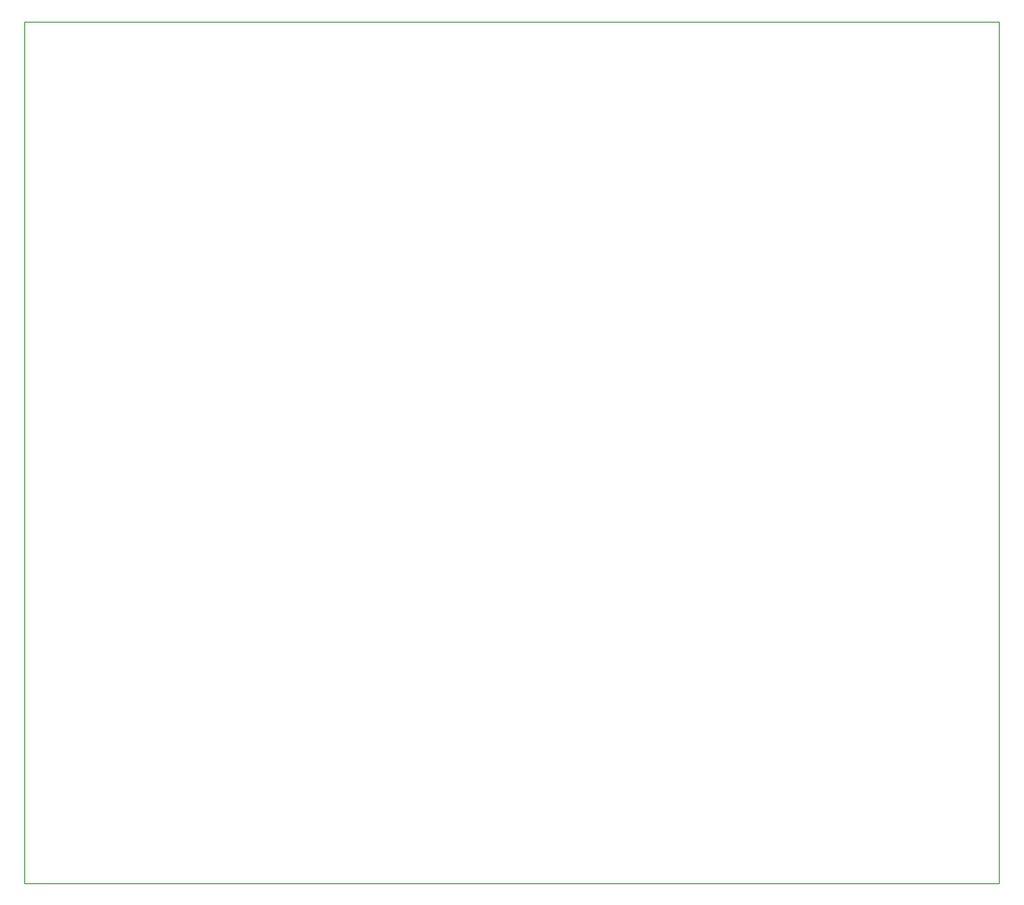
<source format=gm1>
G04 #@! TF.GenerationSoftware,KiCad,Pcbnew,(5.1.10)-1*
G04 #@! TF.CreationDate,2021-08-26T19:54:54+02:00*
G04 #@! TF.ProjectId,CT_Sensor_Mains,43545f53-656e-4736-9f72-5f4d61696e73,rev?*
G04 #@! TF.SameCoordinates,Original*
G04 #@! TF.FileFunction,Profile,NP*
%FSLAX46Y46*%
G04 Gerber Fmt 4.6, Leading zero omitted, Abs format (unit mm)*
G04 Created by KiCad (PCBNEW (5.1.10)-1) date 2021-08-26 19:54:54*
%MOMM*%
%LPD*%
G01*
G04 APERTURE LIST*
G04 #@! TA.AperFunction,Profile*
%ADD10C,0.050000*%
G04 #@! TD*
G04 APERTURE END LIST*
D10*
X139200000Y-139400000D02*
X131200000Y-139400000D01*
X139200000Y-55400000D02*
X139200000Y-139400000D01*
X132200000Y-55400000D02*
X139200000Y-55400000D01*
X132200000Y-55400000D02*
X83200000Y-55400000D01*
X44200000Y-139400000D02*
X132200000Y-139400000D01*
X44200000Y-136400000D02*
X44200000Y-139400000D01*
X44200000Y-89400000D02*
X44200000Y-136400000D01*
X44200000Y-55400000D02*
X44200000Y-89400000D01*
X45200000Y-55400000D02*
X44200000Y-55400000D01*
X47200000Y-55400000D02*
X45200000Y-55400000D01*
X76200000Y-55400000D02*
X47200000Y-55400000D01*
X89200000Y-55400000D02*
X76200000Y-55400000D01*
M02*

</source>
